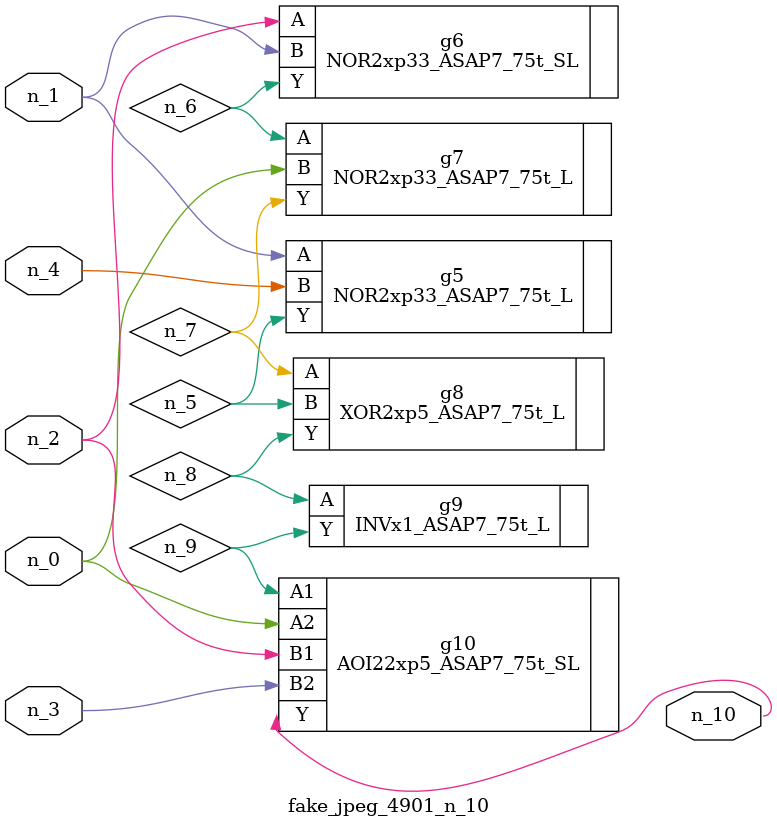
<source format=v>
module fake_jpeg_4901_n_10 (n_3, n_2, n_1, n_0, n_4, n_10);

input n_3;
input n_2;
input n_1;
input n_0;
input n_4;

output n_10;

wire n_8;
wire n_9;
wire n_6;
wire n_5;
wire n_7;

NOR2xp33_ASAP7_75t_L g5 ( 
.A(n_1),
.B(n_4),
.Y(n_5)
);

NOR2xp33_ASAP7_75t_SL g6 ( 
.A(n_2),
.B(n_1),
.Y(n_6)
);

NOR2xp33_ASAP7_75t_L g7 ( 
.A(n_6),
.B(n_0),
.Y(n_7)
);

XOR2xp5_ASAP7_75t_L g8 ( 
.A(n_7),
.B(n_5),
.Y(n_8)
);

INVx1_ASAP7_75t_L g9 ( 
.A(n_8),
.Y(n_9)
);

AOI22xp5_ASAP7_75t_SL g10 ( 
.A1(n_9),
.A2(n_0),
.B1(n_2),
.B2(n_3),
.Y(n_10)
);


endmodule
</source>
